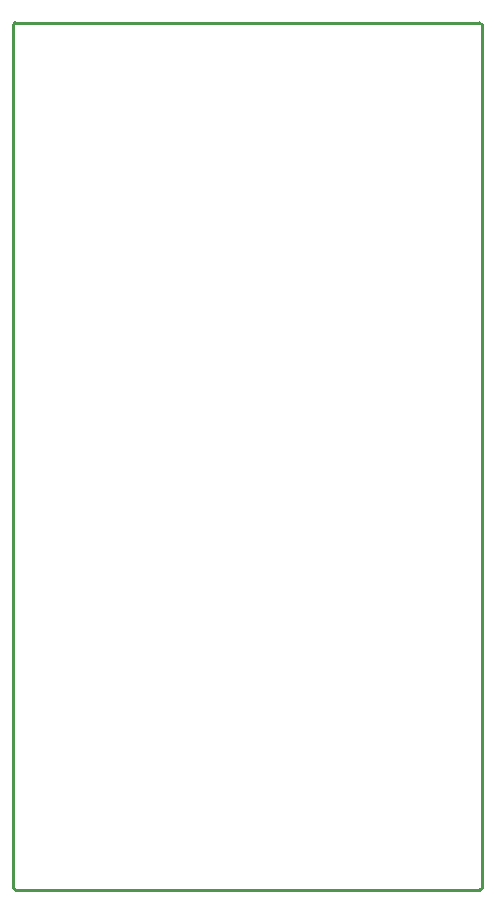
<source format=gm1>
G04*
G04 #@! TF.GenerationSoftware,Altium Limited,CircuitMaker,2.2.1 (2.2.1.6)*
G04*
G04 Layer_Color=16740166*
%FSLAX25Y25*%
%MOIN*%
G70*
G04*
G04 #@! TF.SameCoordinates,3F80FBB2-A1F2-450A-AE04-FF917F864492*
G04*
G04*
G04 #@! TF.FilePolarity,Positive*
G04*
G01*
G75*
%ADD11C,0.01000*%
D11*
X184100Y356000D02*
G03*
X183600Y356500I-500J0D01*
G01*
X184100Y356000D02*
G03*
X183600Y356500I-500J0D01*
G01*
Y67500D02*
G03*
X184100Y68000I0J500D01*
G01*
X183600Y67500D02*
G03*
X184100Y68000I0J500D01*
G01*
X28500Y356500D02*
G03*
X28000Y356000I0J-500D01*
G01*
X28500Y356500D02*
G03*
X28000Y356000I0J-500D01*
G01*
Y68000D02*
G03*
X28500Y67500I500J0D01*
G01*
X28000Y68000D02*
G03*
X28500Y67500I500J0D01*
G01*
X184100Y68000D02*
Y356000D01*
X28500Y356500D02*
X183600D01*
X28500Y67500D02*
X183600D01*
X28000Y68000D02*
Y356000D01*
X184100D02*
G03*
X183600Y356500I-500J0D01*
G01*
X184100Y356000D02*
G03*
X183600Y356500I-500J0D01*
G01*
Y67500D02*
G03*
X184100Y68000I0J500D01*
G01*
X183600Y67500D02*
G03*
X184100Y68000I0J500D01*
G01*
X28500Y356500D02*
G03*
X28000Y356000I0J-500D01*
G01*
X28500Y356500D02*
G03*
X28000Y356000I0J-500D01*
G01*
Y68000D02*
G03*
X28500Y67500I500J0D01*
G01*
X28000Y68000D02*
G03*
X28500Y67500I500J0D01*
G01*
X184100Y68000D02*
Y356000D01*
X28500Y356500D02*
X183600D01*
X28500Y67500D02*
X183600D01*
X28000Y68000D02*
Y356000D01*
M02*

</source>
